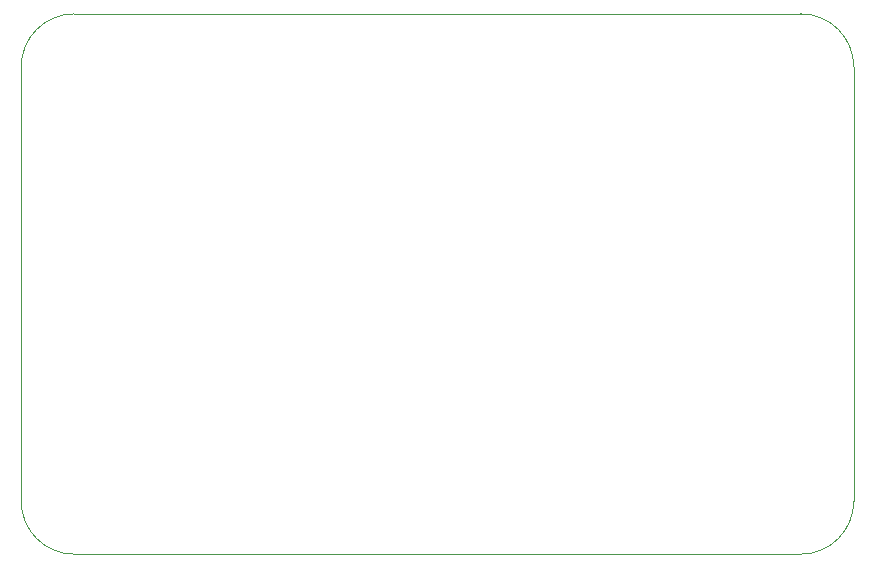
<source format=gbr>
%TF.GenerationSoftware,KiCad,Pcbnew,(5.1.7)-1*%
%TF.CreationDate,2020-11-01T11:20:17+05:30*%
%TF.ProjectId,stm 32 trial board5,73746d20-3332-4207-9472-69616c20626f,rev?*%
%TF.SameCoordinates,Original*%
%TF.FileFunction,Profile,NP*%
%FSLAX46Y46*%
G04 Gerber Fmt 4.6, Leading zero omitted, Abs format (unit mm)*
G04 Created by KiCad (PCBNEW (5.1.7)-1) date 2020-11-01 11:20:17*
%MOMM*%
%LPD*%
G01*
G04 APERTURE LIST*
%TA.AperFunction,Profile*%
%ADD10C,0.050000*%
%TD*%
G04 APERTURE END LIST*
D10*
X31500000Y-71250000D02*
G75*
G02*
X36000000Y-66750000I4500000J0D01*
G01*
X31500000Y-108000000D02*
X31500000Y-71250000D01*
X36000000Y-112500000D02*
G75*
G02*
X31500000Y-108000000I0J4500000D01*
G01*
X97500000Y-112500000D02*
X36000000Y-112500000D01*
X102000000Y-108000000D02*
G75*
G02*
X97500000Y-112500000I-4500000J0D01*
G01*
X102000000Y-71250000D02*
X102000000Y-108000000D01*
X97500000Y-66750000D02*
G75*
G02*
X102000000Y-71250000I0J-4500000D01*
G01*
X36000000Y-66750000D02*
X97500000Y-66750000D01*
M02*

</source>
